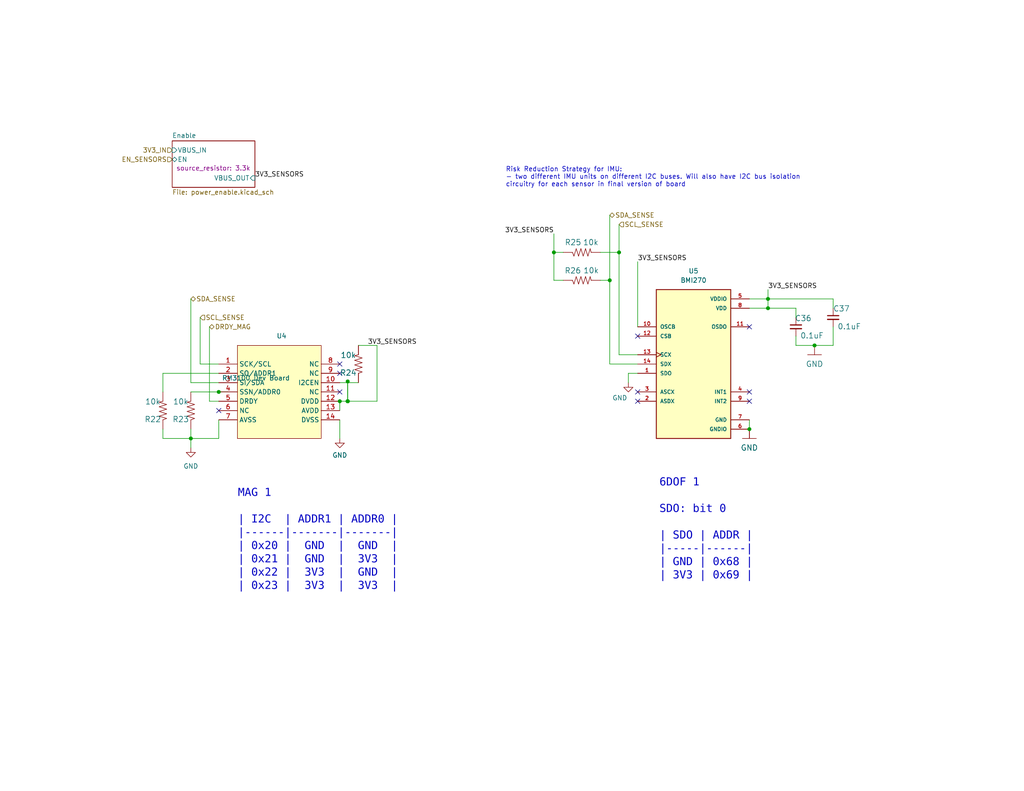
<source format=kicad_sch>
(kicad_sch (version 20231120) (generator "eeschema") (generator_version "8.0")
  (paper "A")
  (title_block (date "2023-11-01") (rev "1.0") (company "Stanford Student Space Initiative") (comment 1 "RE: Flynn Dreilinger") (comment 2 "Reviewer 1: Pete Mahowald") (comment 3 "Reviewer 2: Tim Vrakas") (comment 4 "Reviewer 3: Grant Regen"))
  (lib_symbols
    (symbol "adcs:RM3100"
      (property "Reference" "U" (at -11.43 13.97 0))
      (symbol "RM3100_1_1"
        (rectangle (start -12.7 12.7) (end 10.16 -12.7) (fill (type background)))
        (pin input line (at -17.78 7.62 0) (length 5.08) (name "SCK/SCL") (number "1"))
        (pin input line (at 15.24 2.54 180) (length 5.08) (name "I2CEN") (number "10"))
        (pin input line (at 15.24 0 180) (length 5.08) (name "NC") (number "11"))
        (pin input line (at 15.24 -2.54 180) (length 5.08) (name "DVDD") (number "12"))
        (pin input line (at 15.24 -5.08 180) (length 5.08) (name "AVDD") (number "13"))
        (pin input line (at 15.24 -7.62 180) (length 5.08) (name "DVSS") (number "14"))
        (pin input line (at -17.78 5.08 0) (length 5.08) (name "SO/ADDR1") (number "2"))
        (pin input line (at -17.78 2.54 0) (length 5.08) (name "SI/SDA") (number "3"))
        (pin input line (at -17.78 0 0) (length 5.08) (name "SSN/ADDR0") (number "4"))
        (pin input line (at -17.78 -2.54 0) (length 5.08) (name "DRDY") (number "5"))
        (pin input line (at -17.78 -5.08 0) (length 5.08) (name "NC") (number "6"))
        (pin input line (at -17.78 -7.62 0) (length 5.08) (name "AVSS") (number "7"))
        (pin input line (at 15.24 7.62 180) (length 5.08) (name "NC") (number "8"))
        (pin input line (at 15.24 5.08 180) (length 5.08) (name "NC") (number "9"))
      )
    )
    (symbol "mainboard:BMI270" (pin_names (offset 1.016))
      (property "Reference" "U" (at -10.16 21.082 0))
      (property "Value" "BMI270" (at -10.16 -22.86 0))
      (symbol "BMI270_0_0"
        (rectangle (start -10.16 -20.32) (end 10.16 20.32) (stroke (width 0.254)) (fill (type background)))
        (pin bidirectional line (at -15.24 -2.54 0) (length 5.08) (name "SDO") (number "1"))
        (pin input line (at -15.24 10.16 0) (length 5.08) (name "OSCB") (number "10"))
        (pin output line (at 15.24 10.16 180) (length 5.08) (name "OSDO") (number "11"))
        (pin input line (at -15.24 7.62 0) (length 5.08) (name "CSB") (number "12"))
        (pin input clock (at -15.24 2.54 0) (length 5.08) (name "SCX") (number "13"))
        (pin bidirectional line (at -15.24 0 0) (length 5.08) (name "SDX") (number "14"))
        (pin bidirectional line (at -15.24 -10.16 0) (length 5.08) (name "ASDX") (number "2"))
        (pin bidirectional line (at -15.24 -7.62 0) (length 5.08) (name "ASCX") (number "3"))
        (pin bidirectional line (at 15.24 -7.62 180) (length 5.08) (name "INT1") (number "4"))
        (pin power_in line (at 15.24 17.78 180) (length 5.08) (name "VDDIO") (number "5"))
        (pin power_in line (at 15.24 -17.78 180) (length 5.08) (name "GNDIO") (number "6"))
        (pin power_in line (at 15.24 -15.24 180) (length 5.08) (name "GND") (number "7"))
        (pin power_in line (at 15.24 15.24 180) (length 5.08) (name "VDD") (number "8"))
        (pin bidirectional line (at 15.24 -10.16 180) (length 5.08) (name "INT2") (number "9"))
      )
    )
    (symbol "mainboard:C_Small" (pin_numbers hide) (pin_names (offset 0.254) hide)
      (property "Reference" "C" (at 0.254 1.778 0))
      (property "Value" "C_Small" (at 0.254 -2.032 0))
      (symbol "C_Small_0_1"
        (polyline (pts (xy -1.524 -0.508) (xy 1.524 -0.508)) (stroke (width 0.3302)))
        (polyline (pts (xy -1.524 0.508) (xy 1.524 0.508)) (stroke (width 0.3048)))
      )
      (symbol "C_Small_1_1"
        (pin passive line (at 0 2.54 270) (length 2.032) (name "~") (number "1"))
        (pin passive line (at 0 -2.54 90) (length 2.032) (name "~") (number "2"))
      )
    )
    (symbol "mainboard:GND" (power) (pin_names (offset 1.016))
      (property "Value" "GND" (at -2.54 -2.54 0))
      (symbol "GND_1_0"
        (polyline (pts (xy -1.905 0) (xy 1.905 0)))
        (pin power_in line (at 0 2.54 270) (length 2.54) (name "GND") (number "1"))
      )
    )
    (symbol "mainboard:R-US_R0603" (pin_names (offset 1.016))
      (property "Reference" "R" (at -3.81 1.4986 0))
      (property "Value" "R-US_R0603" (at -3.81 -3.302 0))
      (symbol "R-US_R0603_1_0"
        (polyline (pts (xy -2.54 0) (xy -2.159 1.016)))
        (polyline (pts (xy -2.159 1.016) (xy -1.524 -1.016)))
        (polyline (pts (xy -1.524 -1.016) (xy -0.889 1.016)))
        (polyline (pts (xy -0.889 1.016) (xy -0.254 -1.016)))
        (polyline (pts (xy -0.254 -1.016) (xy 0.381 1.016)))
        (polyline (pts (xy 0.381 1.016) (xy 1.016 -1.016)))
        (polyline (pts (xy 1.016 -1.016) (xy 1.651 1.016)))
        (polyline (pts (xy 1.651 1.016) (xy 2.286 -1.016)))
        (polyline (pts (xy 2.286 -1.016) (xy 2.54 0)))
        (pin passive line (at -5.08 0 0) (length 2.54) (name "1") (number "1"))
        (pin passive line (at 5.08 0 180) (length 2.54) (name "2") (number "2"))
      )
    )
    (symbol "power:GND" (power) (pin_names (offset 0))
      (property "Value" "GND" (at 0 -3.81 0))
      (symbol "GND_0_1"
        (polyline (pts (xy 0 0) (xy 0 -1.27) (xy 1.27 -1.27) (xy 0 -2.54) (xy -1.27 -1.27) (xy 0 -1.27)))
      )
      (symbol "GND_1_1"
        (pin power_in line (at 0 0 270) (length 0) hide (name "GND") (number "1"))
      )
    )
  )
  (junction (at 151.13 68.9102))
  (junction (at 94.8436 109.5502))
  (junction (at 204.47 117.1702))
  (junction (at 94.8944 109.5502))
  (junction (at 59.69 107.0102))
  (junction (at 209.55 81.6102))
  (junction (at 94.869 104.14))
  (junction (at 168.91 68.9102))
  (junction (at 209.55 84.1502))
  (junction (at 94.869 109.5502))
  (junction (at 222.25 94.3102))
  (junction (at 166.37 76.5302))
  (junction (at 92.71 109.5502))
  (junction (at 52.07 119.7102))
  (no_connect (at 204.47 107.0102))
  (no_connect (at 92.71 101.9302))
  (no_connect (at 92.71 99.3902))
  (no_connect (at 59.69 112.0902))
  (no_connect (at 92.71 107.0102))
  (no_connect (at 173.99 91.7702))
  (no_connect (at 204.47 89.2302))
  (no_connect (at 204.47 109.5502))
  (no_connect (at 173.99 109.5502))
  (no_connect (at 173.99 107.0102))
  (wire (pts (xy 94.8436 109.5502) (xy 94.8436 104.14)))
  (wire (pts (xy 52.07 107.0102) (xy 59.69 107.0102)))
  (wire (pts (xy 166.37 58.7502) (xy 166.37 76.5302)))
  (wire (pts (xy 151.13 63.8302) (xy 151.13 68.9102)))
  (wire (pts (xy 59.69 107.0102) (xy 62.23 107.0102)))
  (wire (pts (xy 227.33 81.6102) (xy 209.55 81.6102)))
  (wire (pts (xy 153.67 68.9102) (xy 151.13 68.9102)))
  (wire (pts (xy 166.37 76.5302) (xy 166.37 99.3902)))
  (wire (pts (xy 52.07 119.7102) (xy 52.07 122.2502)))
  (wire (pts (xy 163.83 68.9102) (xy 168.91 68.9102)))
  (wire (pts (xy 94.8944 109.5502) (xy 94.8944 104.14)))
  (wire (pts (xy 209.55 84.1502) (xy 209.55 81.6102)))
  (wire (pts (xy 59.69 114.6302) (xy 59.69 119.7102)))
  (wire (pts (xy 92.71 109.5502) (xy 92.71 112.0902)))
  (wire (pts (xy 94.869 104.14) (xy 94.8944 104.14)))
  (wire (pts (xy 97.79 94.3102) (xy 102.87 94.3102)))
  (wire (pts (xy 94.8436 109.5502) (xy 94.869 109.5502)))
  (wire (pts (xy 92.71 114.6302) (xy 92.71 119.7102)))
  (wire (pts (xy 57.15 109.5502) (xy 59.69 109.5502)))
  (wire (pts (xy 171.45 101.9302) (xy 173.99 101.9302)))
  (wire (pts (xy 217.17 86.6902) (xy 217.17 84.1502)))
  (wire (pts (xy 44.45 101.9302) (xy 59.69 101.9302)))
  (wire (pts (xy 92.71 109.5502) (xy 94.8436 109.5502)))
  (wire (pts (xy 163.83 76.5302) (xy 166.37 76.5302)))
  (wire (pts (xy 44.45 119.7102) (xy 52.07 119.7102)))
  (wire (pts (xy 44.45 117.1702) (xy 44.45 119.7102)))
  (wire (pts (xy 52.07 104.4702) (xy 59.69 104.4702)))
  (wire (pts (xy 168.91 96.8502) (xy 173.99 96.8502)))
  (wire (pts (xy 153.67 76.5302) (xy 151.13 76.5302)))
  (wire (pts (xy 59.69 119.7102) (xy 52.07 119.7102)))
  (wire (pts (xy 102.87 109.5502) (xy 102.87 94.3102)))
  (wire (pts (xy 57.15 89.2302) (xy 57.15 109.5502)))
  (wire (pts (xy 54.61 99.3902) (xy 54.61 86.6902)))
  (wire (pts (xy 94.8436 104.14) (xy 94.869 104.14)))
  (wire (pts (xy 168.91 68.9102) (xy 168.91 96.8502)))
  (wire (pts (xy 173.99 99.3902) (xy 166.37 99.3902)))
  (wire (pts (xy 209.55 84.1502) (xy 217.17 84.1502)))
  (wire (pts (xy 52.07 117.1702) (xy 52.07 119.7102)))
  (wire (pts (xy 171.45 104.4702) (xy 171.45 101.9302)))
  (wire (pts (xy 54.61 99.3902) (xy 59.69 99.3902)))
  (wire (pts (xy 204.47 84.1502) (xy 209.55 84.1502)))
  (wire (pts (xy 94.869 109.5502) (xy 94.8944 109.5502)))
  (wire (pts (xy 204.47 114.6302) (xy 204.47 117.1702)))
  (wire (pts (xy 227.33 94.3102) (xy 227.33 89.2302)))
  (wire (pts (xy 217.17 94.3102) (xy 217.17 91.7702)))
  (wire (pts (xy 209.55 81.6102) (xy 204.47 81.6102)))
  (wire (pts (xy 94.8944 109.5502) (xy 102.87 109.5502)))
  (wire (pts (xy 173.99 71.4502) (xy 173.99 89.2302)))
  (wire (pts (xy 222.25 94.3102) (xy 227.33 94.3102)))
  (wire (pts (xy 52.07 81.6102) (xy 52.07 104.4702)))
  (wire (pts (xy 92.71 104.4702) (xy 97.79 104.4702)))
  (wire (pts (xy 209.55 79.0702) (xy 209.55 81.6102)))
  (wire (pts (xy 94.869 109.5502) (xy 94.869 104.14)))
  (wire (pts (xy 227.33 81.6102) (xy 227.33 84.1502)))
  (wire (pts (xy 151.13 76.5302) (xy 151.13 68.9102)))
  (wire (pts (xy 217.17 94.3102) (xy 222.25 94.3102)))
  (wire (pts (xy 168.91 61.2902) (xy 168.91 68.9102)))
  (wire (pts (xy 44.45 101.9302) (xy 44.45 107.0102)))
  (text "6DOF 1\n\nSDO: bit 0\n\n| SDO | ADDR |\n|-----|------|\n| GND | 0x68 |\n| 3V3 | 0x69 |" (at 179.9336 159.0802 0) (effects (font (size 2.159 2.159)) (justify left bottom)))
  (text "Risk Reduction Strategy for IMU:\n- two different IMU units on different I2C buses. Will also have I2C bus isolation \ncircuitry for each sensor in final version of board\n" (at 137.9728 51.181 0) (effects (font (size 1.27 1.27)) (justify left bottom)))
  (text "MAG 1\n\n| I2C  | ADDR1 | ADDR0 |\n|------|-------|-------|\n| 0x20 |  GND  |  GND  | \n| 0x21 |  GND  |  3V3  |\n| 0x22 |  3V3  |  GND  |\n| 0x23 |  3V3  |  3V3  |" (at 64.9224 161.9504 0) (effects (font (size 2.159 2.159)) (justify left bottom)))
  (label "3V3_SENSORS" (at 69.5452 48.6156 0))
  (label "3V3_SENSORS" (at 173.99 71.4502 0))
  (label "3V3_SENSORS" (at 209.55 79.0702 0))
  (label "3V3_SENSORS" (at 151.13 63.8302 180))
  (label "3V3_SENSORS" (at 100.33 94.3102 0))
  (hierarchical_label "3V3_IN" (shape input) (at 46.99 40.9956 180))
  (hierarchical_label "SDA_SENSE" (shape bidirectional) (at 166.37 58.7502 0))
  (hierarchical_label "DRDY_MAG" (shape bidirectional) (at 57.15 89.2302 0))
  (hierarchical_label "SCL_SENSE" (shape input) (at 54.61 86.6902 0))
  (hierarchical_label "EN_SENSORS" (shape input) (at 46.99 43.5356 180))
  (hierarchical_label "SCL_SENSE" (shape input) (at 168.91 61.2902 0))
  (hierarchical_label "SDA_SENSE" (shape bidirectional) (at 52.07 81.6102 0))
  (symbol (lib_id "power:GND") (at 171.45 104.4702 0) (unit 1)
    (property "Reference" "#PWR049" (effects (hide yes)))
    (property "Value" "GND" (at 169.1132 108.6358 0))
    (instances (project "adcs-hardware" (path "" (reference "#PWR046") (unit 1)) (path "" (reference "#PWR049") (unit 1))))
  )
  (symbol (lib_id "mainboard:GND") (at 222.25 96.8502 0) (unit 1)
    (property "Reference" "#GND013" (effects (hide yes)))
    (property "Value" "GND" (at 222.25 99.3902 0) (effects (font (size 1.4986 1.4986))))
    (instances (project "adcs-hardware" (path "" (reference "#GND011") (unit 1)) (path "" (reference "#GND013") (unit 1))) (project "Sensors" (path "" (reference "#GND?") (unit 1))))
  )
  (symbol (lib_id "mainboard:C_Small") (at 217.17 89.2302 0) (mirror y) (unit 1)
    (property "Reference" "C38" (at 221.488 87.757 0) (effects (font (size 1.4986 1.4986)) (justify left bottom)))
    (property "Value" "0.1uF" (at 224.79 92.4814 0) (effects (font (size 1.4986 1.4986)) (justify left bottom)))
    (property "Footprint" "Capacitor_SMD:C_0603_1608Metric" (effects (hide yes)))
    (property "Description" "0.1uF +-10% 50V X7R 0603" (effects (hide yes)))
    (instances (project "adcs-hardware" (path "" (reference "C36") (unit 1)) (path "" (reference "C38") (unit 1))) (project "Sensors" (path "" (reference "C?") (unit 1))))
  )
  (symbol (lib_id "mainboard:BMI270") (at 189.23 99.3902 0) (unit 1)
    (property "Reference" "U7" (at 189.23 73.9902 0))
    (property "Value" "BMI270" (at 189.23 76.5302 0))
    (property "Footprint" "adcs:XDCR_BMI270" (effects (hide yes)))
    (property "Datasheet" "${KIPRJMOD}/../datasheets/bmi270.pdf" (effects (hide yes)))
    (property "Manufacturer_Name" "Bosch Sensortec" (effects (hide yes)))
    (property "Unit Price" "5.88" (effects (hide yes)))
    (property "Flight" "BMI270" (effects (hide yes)))
    (instances (project "adcs-hardware" (path "" (reference "U5") (unit 1)) (path "" (reference "U7") (unit 1))) (project "Sensors" (path "" (reference "U?") (unit 1))))
  )
  (symbol (lib_id "power:GND") (at 92.71 119.7102 0) (unit 1)
    (property "Reference" "#PWR048" (effects (hide yes)))
    (property "Value" "GND" (at 92.71 124.2822 0))
    (instances (project "adcs-hardware" (path "" (reference "#PWR045") (unit 1)) (path "" (reference "#PWR048") (unit 1))))
  )
  (symbol (lib_id "mainboard:C_Small") (at 227.33 86.6902 0) (mirror y) (unit 1)
    (property "Reference" "C39" (at 231.902 85.1154 0) (effects (font (size 1.4986 1.4986)) (justify left bottom)))
    (property "Value" "0.1uF" (at 234.95 89.9922 0) (effects (font (size 1.4986 1.4986)) (justify left bottom)))
    (property "Footprint" "Capacitor_SMD:C_0603_1608Metric" (effects (hide yes)))
    (property "Description" "0.1uF +-10% 50V X7R 0603" (effects (hide yes)))
    (instances (project "adcs-hardware" (path "" (reference "C37") (unit 1)) (path "" (reference "C39") (unit 1))) (project "Sensors" (path "" (reference "C?") (unit 1))))
  )
  (symbol (lib_id "mainboard:R-US_R0603") (at 158.75 68.9102 0) (mirror x) (unit 1)
    (property "Reference" "R30" (at 156.3624 66.167 0) (effects (font (size 1.4986 1.4986))))
    (property "Value" "10k" (at 161.1884 66.167 0) (effects (font (size 1.4986 1.4986))))
    (property "Footprint" "Resistor_SMD:R_0603_1608Metric" (effects (hide yes)))
    (property "Description" "10k 0603" (effects (hide yes)))
    (property "DNI" "Mixed Values" (effects (hide yes)))
    (instances (project "adcs-hardware" (path "" (reference "R25") (unit 1)) (path "" (reference "R30") (unit 1))) (project "Sensors" (path "" (reference "R?") (unit 1))))
  )
  (symbol (lib_id "mainboard:R-US_R0603") (at 97.79 99.3902 270) (mirror x) (unit 1)
    (property "Reference" "R29" (at 95.0468 101.7778 90) (effects (font (size 1.4986 1.4986))))
    (property "Value" "10k" (at 95.0468 96.9518 90) (effects (font (size 1.4986 1.4986))))
    (property "Footprint" "Resistor_SMD:R_0603_1608Metric" (effects (hide yes)))
    (property "Description" "10k 0603" (effects (hide yes)))
    (property "DNI" "Mixed Values" (effects (hide yes)))
    (instances (project "adcs-hardware" (path "" (reference "R24") (unit 1)) (path "" (reference "R29") (unit 1))) (project "Sensors" (path "" (reference "R?") (unit 1))))
  )
  (symbol (lib_id "power:GND") (at 52.07 122.2502 0) (unit 1)
    (property "Reference" "#PWR047" (effects (hide yes)))
    (property "Value" "GND" (at 52.07 127.2794 0))
    (instances (project "adcs-hardware" (path "" (reference "#PWR044") (unit 1)) (path "" (reference "#PWR047") (unit 1))))
  )
  (symbol (lib_id "mainboard:GND") (at 204.47 119.7102 0) (unit 1)
    (property "Reference" "#GND012" (effects (hide yes)))
    (property "Value" "GND" (at 204.47 122.2502 0) (effects (font (size 1.4986 1.4986))))
    (instances (project "adcs-hardware" (path "" (reference "#GND010") (unit 1)) (path "" (reference "#GND012") (unit 1))) (project "Sensors" (path "" (reference "#GND?") (unit 1))))
  )
  (symbol (lib_id "mainboard:R-US_R0603") (at 52.07 112.0902 270) (mirror x) (unit 1)
    (property "Reference" "R28" (at 49.3268 114.4778 90) (effects (font (size 1.4986 1.4986))))
    (property "Value" "10k" (at 49.3268 109.6518 90) (effects (font (size 1.4986 1.4986))))
    (property "Footprint" "Resistor_SMD:R_0603_1608Metric" (effects (hide yes)))
    (property "Description" "10k 0603" (effects (hide yes)))
    (property "DNI" "Mixed Values" (effects (hide yes)))
    (instances (project "adcs-hardware" (path "" (reference "R23") (unit 1)) (path "" (reference "R28") (unit 1))) (project "Sensors" (path "" (reference "R?") (unit 1))))
  )
  (symbol (lib_id "mainboard:R-US_R0603") (at 44.45 112.0902 270) (mirror x) (unit 1)
    (property "Reference" "R27" (at 41.7068 114.4778 90) (effects (font (size 1.4986 1.4986))))
    (property "Value" "10k" (at 41.7068 109.6518 90) (effects (font (size 1.4986 1.4986))))
    (property "Footprint" "Resistor_SMD:R_0603_1608Metric" (effects (hide yes)))
    (property "Description" "10k 0603" (effects (hide yes)))
    (property "DNI" "Mixed Values" (effects (hide yes)))
    (instances (project "adcs-hardware" (path "" (reference "R22") (unit 1)) (path "" (reference "R27") (unit 1))) (project "Sensors" (path "" (reference "R?") (unit 1))))
  )
  (symbol (lib_id "adcs:RM3100") (at 77.47 107.0102 0) (unit 1)
    (property "Reference" "U6" (at 76.835 91.7194 0))
    (property "Value" "RM3100 Dev Board" (at 69.85 103.2002 0))
    (property "Footprint" "adcs:RM3100" (effects (hide yes)))
    (property "Datasheet" "${KIPRJMOD}/../datasheets/RM3100-Testing-Boards-User-Manual-r05.pdf" (effects (hide yes)))
    (property "Manufacturer_Name" "PNI Technologies" (effects (hide yes)))
    (property "Unit Price" "25.0" (effects (hide yes)))
    (property "Flight" "RM3100" (effects (hide yes)))
    (instances (project "adcs-hardware" (path "" (reference "U4") (unit 1)) (path "" (reference "U6") (unit 1))))
  )
  (symbol (lib_id "mainboard:R-US_R0603") (at 158.75 76.5302 0) (mirror x) (unit 1)
    (property "Reference" "R31" (at 156.3116 73.8886 0) (effects (font (size 1.4986 1.4986))))
    (property "Value" "10k" (at 161.29 73.8378 0) (effects (font (size 1.4986 1.4986))))
    (property "Footprint" "Resistor_SMD:R_0603_1608Metric" (effects (hide yes)))
    (property "Description" "10k 0603" (effects (hide yes)))
    (property "DNI" "Mixed Values" (effects (hide yes)))
    (instances (project "adcs-hardware" (path "" (reference "R26") (unit 1)) (path "" (reference "R31") (unit 1))) (project "Sensors" (path "" (reference "R?") (unit 1))))
  )
  (sheet (at 46.99 38.4556) (size 22.5552 12.7) (stroke (width 0.1524))
    (property "Sheetname" "Enable" (at 46.99 37.744 0) (effects (justify left bottom)))
    (property "Sheetfile" "power_enable.kicad_sch" (at 46.99 51.7402 0) (effects (justify left top)))
    (property "source_resistor" "3.3k" (at 58.2168 45.8978 0) (show_name yes))
    (pin "VBUS_IN" input (at 46.99 40.9956 180))
    (pin "EN" bidirectional (at 46.99 43.5356 180))
    (pin "VBUS_OUT" input (at 69.5452 48.6156 0))
  )
)
</source>
